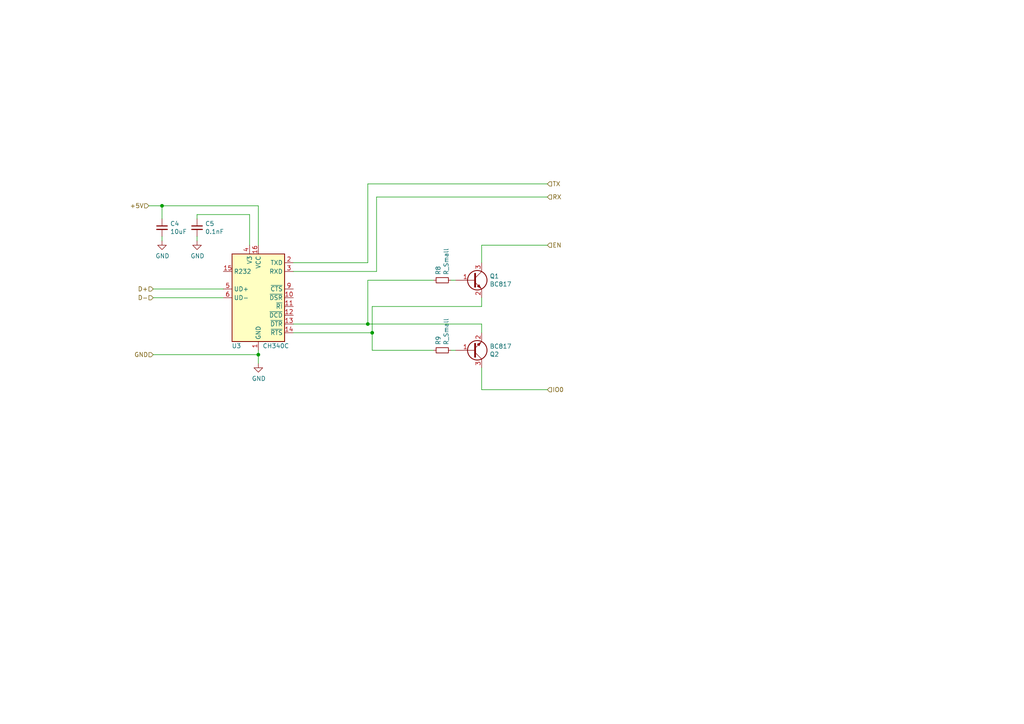
<source format=kicad_sch>
(kicad_sch (version 20210126) (generator eeschema)

  (paper "A4")

  (lib_symbols
    (symbol "Device:C_Small" (pin_numbers hide) (pin_names (offset 0.254) hide) (in_bom yes) (on_board yes)
      (property "Reference" "C" (id 0) (at 0.254 1.778 0)
        (effects (font (size 1.27 1.27)) (justify left))
      )
      (property "Value" "C_Small" (id 1) (at 0.254 -2.032 0)
        (effects (font (size 1.27 1.27)) (justify left))
      )
      (property "Footprint" "" (id 2) (at 0 0 0)
        (effects (font (size 1.27 1.27)) hide)
      )
      (property "Datasheet" "~" (id 3) (at 0 0 0)
        (effects (font (size 1.27 1.27)) hide)
      )
      (property "ki_keywords" "capacitor cap" (id 4) (at 0 0 0)
        (effects (font (size 1.27 1.27)) hide)
      )
      (property "ki_description" "Unpolarized capacitor, small symbol" (id 5) (at 0 0 0)
        (effects (font (size 1.27 1.27)) hide)
      )
      (property "ki_fp_filters" "C_*" (id 6) (at 0 0 0)
        (effects (font (size 1.27 1.27)) hide)
      )
      (symbol "C_Small_0_1"
        (polyline
          (pts
            (xy -1.524 -0.508)
            (xy 1.524 -0.508)
          )
          (stroke (width 0.3302)) (fill (type none))
        )
        (polyline
          (pts
            (xy -1.524 0.508)
            (xy 1.524 0.508)
          )
          (stroke (width 0.3048)) (fill (type none))
        )
      )
      (symbol "C_Small_1_1"
        (pin passive line (at 0 2.54 270) (length 2.032)
          (name "~" (effects (font (size 1.27 1.27))))
          (number "1" (effects (font (size 1.27 1.27))))
        )
        (pin passive line (at 0 -2.54 90) (length 2.032)
          (name "~" (effects (font (size 1.27 1.27))))
          (number "2" (effects (font (size 1.27 1.27))))
        )
      )
    )
    (symbol "Device:R_Small" (pin_numbers hide) (pin_names (offset 0.254) hide) (in_bom yes) (on_board yes)
      (property "Reference" "R" (id 0) (at 0.762 0.508 0)
        (effects (font (size 1.27 1.27)) (justify left))
      )
      (property "Value" "R_Small" (id 1) (at 0.762 -1.016 0)
        (effects (font (size 1.27 1.27)) (justify left))
      )
      (property "Footprint" "" (id 2) (at 0 0 0)
        (effects (font (size 1.27 1.27)) hide)
      )
      (property "Datasheet" "~" (id 3) (at 0 0 0)
        (effects (font (size 1.27 1.27)) hide)
      )
      (property "ki_keywords" "R resistor" (id 4) (at 0 0 0)
        (effects (font (size 1.27 1.27)) hide)
      )
      (property "ki_description" "Resistor, small symbol" (id 5) (at 0 0 0)
        (effects (font (size 1.27 1.27)) hide)
      )
      (property "ki_fp_filters" "R_*" (id 6) (at 0 0 0)
        (effects (font (size 1.27 1.27)) hide)
      )
      (symbol "R_Small_0_1"
        (rectangle (start -0.762 1.778) (end 0.762 -1.778)
          (stroke (width 0.2032)) (fill (type none))
        )
      )
      (symbol "R_Small_1_1"
        (pin passive line (at 0 2.54 270) (length 0.762)
          (name "~" (effects (font (size 1.27 1.27))))
          (number "1" (effects (font (size 1.27 1.27))))
        )
        (pin passive line (at 0 -2.54 90) (length 0.762)
          (name "~" (effects (font (size 1.27 1.27))))
          (number "2" (effects (font (size 1.27 1.27))))
        )
      )
    )
    (symbol "Interface_USB:CH340C" (in_bom yes) (on_board yes)
      (property "Reference" "U" (id 0) (at -5.08 13.97 0)
        (effects (font (size 1.27 1.27)) (justify right))
      )
      (property "Value" "CH340C" (id 1) (at 1.27 13.97 0)
        (effects (font (size 1.27 1.27)) (justify left))
      )
      (property "Footprint" "Package_SO:SOIC-16_3.9x9.9mm_P1.27mm" (id 2) (at 1.27 -13.97 0)
        (effects (font (size 1.27 1.27)) (justify left) hide)
      )
      (property "Datasheet" "https://datasheet.lcsc.com/szlcsc/Jiangsu-Qin-Heng-CH340C_C84681.pdf" (id 3) (at -8.89 20.32 0)
        (effects (font (size 1.27 1.27)) hide)
      )
      (property "ki_keywords" "USB UART Serial Converter Interface" (id 4) (at 0 0 0)
        (effects (font (size 1.27 1.27)) hide)
      )
      (property "ki_description" "USB serial converter, UART, SOIC-16" (id 5) (at 0 0 0)
        (effects (font (size 1.27 1.27)) hide)
      )
      (property "ki_fp_filters" "SOIC*3.9x9.9mm*P1.27mm*" (id 6) (at 0 0 0)
        (effects (font (size 1.27 1.27)) hide)
      )
      (symbol "CH340C_0_1"
        (rectangle (start -7.62 12.7) (end 7.62 -12.7)
          (stroke (width 0.254)) (fill (type background))
        )
      )
      (symbol "CH340C_1_1"
        (pin power_in line (at 0 -15.24 90) (length 2.54)
          (name "GND" (effects (font (size 1.27 1.27))))
          (number "1" (effects (font (size 1.27 1.27))))
        )
        (pin input line (at 10.16 0 180) (length 2.54)
          (name "~DSR" (effects (font (size 1.27 1.27))))
          (number "10" (effects (font (size 1.27 1.27))))
        )
        (pin input line (at 10.16 -2.54 180) (length 2.54)
          (name "~RI" (effects (font (size 1.27 1.27))))
          (number "11" (effects (font (size 1.27 1.27))))
        )
        (pin input line (at 10.16 -5.08 180) (length 2.54)
          (name "~DCD" (effects (font (size 1.27 1.27))))
          (number "12" (effects (font (size 1.27 1.27))))
        )
        (pin output line (at 10.16 -7.62 180) (length 2.54)
          (name "~DTR" (effects (font (size 1.27 1.27))))
          (number "13" (effects (font (size 1.27 1.27))))
        )
        (pin output line (at 10.16 -10.16 180) (length 2.54)
          (name "~RTS" (effects (font (size 1.27 1.27))))
          (number "14" (effects (font (size 1.27 1.27))))
        )
        (pin input line (at -10.16 7.62 0) (length 2.54)
          (name "R232" (effects (font (size 1.27 1.27))))
          (number "15" (effects (font (size 1.27 1.27))))
        )
        (pin power_in line (at 0 15.24 270) (length 2.54)
          (name "VCC" (effects (font (size 1.27 1.27))))
          (number "16" (effects (font (size 1.27 1.27))))
        )
        (pin output line (at 10.16 10.16 180) (length 2.54)
          (name "TXD" (effects (font (size 1.27 1.27))))
          (number "2" (effects (font (size 1.27 1.27))))
        )
        (pin input line (at 10.16 7.62 180) (length 2.54)
          (name "RXD" (effects (font (size 1.27 1.27))))
          (number "3" (effects (font (size 1.27 1.27))))
        )
        (pin passive line (at -2.54 15.24 270) (length 2.54)
          (name "V3" (effects (font (size 1.27 1.27))))
          (number "4" (effects (font (size 1.27 1.27))))
        )
        (pin bidirectional line (at -10.16 2.54 0) (length 2.54)
          (name "UD+" (effects (font (size 1.27 1.27))))
          (number "5" (effects (font (size 1.27 1.27))))
        )
        (pin bidirectional line (at -10.16 0 0) (length 2.54)
          (name "UD-" (effects (font (size 1.27 1.27))))
          (number "6" (effects (font (size 1.27 1.27))))
        )
        (pin no_connect line (at -7.62 -7.62 0) (length 2.54) hide
          (name "NC" (effects (font (size 1.27 1.27))))
          (number "7" (effects (font (size 1.27 1.27))))
        )
        (pin no_connect line (at -7.62 -10.16 0) (length 2.54) hide
          (name "NC" (effects (font (size 1.27 1.27))))
          (number "8" (effects (font (size 1.27 1.27))))
        )
        (pin input line (at 10.16 2.54 180) (length 2.54)
          (name "~CTS" (effects (font (size 1.27 1.27))))
          (number "9" (effects (font (size 1.27 1.27))))
        )
      )
    )
    (symbol "Transistor_BJT:BC817" (pin_names (offset 0) hide) (in_bom yes) (on_board yes)
      (property "Reference" "Q" (id 0) (at 5.08 1.905 0)
        (effects (font (size 1.27 1.27)) (justify left))
      )
      (property "Value" "BC817" (id 1) (at 5.08 0 0)
        (effects (font (size 1.27 1.27)) (justify left))
      )
      (property "Footprint" "Package_TO_SOT_SMD:SOT-23" (id 2) (at 5.08 -1.905 0)
        (effects (font (size 1.27 1.27) italic) (justify left) hide)
      )
      (property "Datasheet" "https://www.onsemi.com/pub/Collateral/BC818-D.pdf" (id 3) (at 0 0 0)
        (effects (font (size 1.27 1.27)) (justify left) hide)
      )
      (property "ki_keywords" "NPN Transistor" (id 4) (at 0 0 0)
        (effects (font (size 1.27 1.27)) hide)
      )
      (property "ki_description" "0.8A Ic, 45V Vce, NPN Transistor, SOT-23" (id 5) (at 0 0 0)
        (effects (font (size 1.27 1.27)) hide)
      )
      (property "ki_fp_filters" "SOT?23*" (id 6) (at 0 0 0)
        (effects (font (size 1.27 1.27)) hide)
      )
      (symbol "BC817_0_1"
        (circle (center 1.27 0) (radius 2.8194) (stroke (width 0.254)) (fill (type none)))
        (polyline
          (pts
            (xy 0.635 0.635)
            (xy 2.54 2.54)
          )
          (stroke (width 0)) (fill (type none))
        )
        (polyline
          (pts
            (xy 0.635 -0.635)
            (xy 2.54 -2.54)
            (xy 2.54 -2.54)
          )
          (stroke (width 0)) (fill (type none))
        )
        (polyline
          (pts
            (xy 0.635 1.905)
            (xy 0.635 -1.905)
            (xy 0.635 -1.905)
          )
          (stroke (width 0.508)) (fill (type none))
        )
        (polyline
          (pts
            (xy 1.27 -1.778)
            (xy 1.778 -1.27)
            (xy 2.286 -2.286)
            (xy 1.27 -1.778)
            (xy 1.27 -1.778)
          )
          (stroke (width 0)) (fill (type outline))
        )
      )
      (symbol "BC817_1_1"
        (pin input line (at -5.08 0 0) (length 5.715)
          (name "B" (effects (font (size 1.27 1.27))))
          (number "1" (effects (font (size 1.27 1.27))))
        )
        (pin passive line (at 2.54 -5.08 90) (length 2.54)
          (name "E" (effects (font (size 1.27 1.27))))
          (number "2" (effects (font (size 1.27 1.27))))
        )
        (pin passive line (at 2.54 5.08 270) (length 2.54)
          (name "C" (effects (font (size 1.27 1.27))))
          (number "3" (effects (font (size 1.27 1.27))))
        )
      )
    )
    (symbol "power:GND" (power) (pin_names (offset 0)) (in_bom yes) (on_board yes)
      (property "Reference" "#PWR" (id 0) (at 0 -6.35 0)
        (effects (font (size 1.27 1.27)) hide)
      )
      (property "Value" "GND" (id 1) (at 0 -3.81 0)
        (effects (font (size 1.27 1.27)))
      )
      (property "Footprint" "" (id 2) (at 0 0 0)
        (effects (font (size 1.27 1.27)) hide)
      )
      (property "Datasheet" "" (id 3) (at 0 0 0)
        (effects (font (size 1.27 1.27)) hide)
      )
      (property "ki_keywords" "power-flag" (id 4) (at 0 0 0)
        (effects (font (size 1.27 1.27)) hide)
      )
      (property "ki_description" "Power symbol creates a global label with name \"GND\" , ground" (id 5) (at 0 0 0)
        (effects (font (size 1.27 1.27)) hide)
      )
      (symbol "GND_0_1"
        (polyline
          (pts
            (xy 0 0)
            (xy 0 -1.27)
            (xy 1.27 -1.27)
            (xy 0 -2.54)
            (xy -1.27 -1.27)
            (xy 0 -1.27)
          )
          (stroke (width 0)) (fill (type none))
        )
      )
      (symbol "GND_1_1"
        (pin power_in line (at 0 0 270) (length 0) hide
          (name "GND" (effects (font (size 1.27 1.27))))
          (number "1" (effects (font (size 1.27 1.27))))
        )
      )
    )
  )

  (junction (at 46.99 59.69) (diameter 0.9144) (color 0 0 0 0))
  (junction (at 74.93 102.87) (diameter 0.9144) (color 0 0 0 0))
  (junction (at 106.68 93.98) (diameter 0.9144) (color 0 0 0 0))
  (junction (at 107.95 96.52) (diameter 0.9144) (color 0 0 0 0))

  (wire (pts (xy 44.45 102.87) (xy 74.93 102.87))
    (stroke (width 0) (type solid) (color 0 0 0 0))
    (uuid 516388f8-60b6-4045-a9c6-920660f6622b)
  )
  (wire (pts (xy 46.99 59.69) (xy 43.18 59.69))
    (stroke (width 0) (type solid) (color 0 0 0 0))
    (uuid 3e847784-500b-4698-b227-2e35880e8ff9)
  )
  (wire (pts (xy 46.99 63.5) (xy 46.99 59.69))
    (stroke (width 0) (type solid) (color 0 0 0 0))
    (uuid 5dd7712b-9164-42b4-99fe-4d65687f7d30)
  )
  (wire (pts (xy 46.99 69.85) (xy 46.99 68.58))
    (stroke (width 0) (type solid) (color 0 0 0 0))
    (uuid 09a53627-8ca7-415c-8b19-bc8005f34a95)
  )
  (wire (pts (xy 57.15 62.23) (xy 72.39 62.23))
    (stroke (width 0) (type solid) (color 0 0 0 0))
    (uuid 4b7cfa05-f79d-4841-bede-8b24105d2e56)
  )
  (wire (pts (xy 57.15 63.5) (xy 57.15 62.23))
    (stroke (width 0) (type solid) (color 0 0 0 0))
    (uuid 34c6d80d-f41e-4b5b-b856-807fd8dc1f9d)
  )
  (wire (pts (xy 57.15 69.85) (xy 57.15 68.58))
    (stroke (width 0) (type solid) (color 0 0 0 0))
    (uuid 10fbc021-3cae-4cab-b14c-c1ceeccf4f76)
  )
  (wire (pts (xy 64.77 83.82) (xy 44.45 83.82))
    (stroke (width 0) (type solid) (color 0 0 0 0))
    (uuid 2f31f0ca-802a-42bc-923f-265d9266c60f)
  )
  (wire (pts (xy 64.77 86.36) (xy 44.45 86.36))
    (stroke (width 0) (type solid) (color 0 0 0 0))
    (uuid 2dd13d6e-4a3a-41e1-87f1-88b42ec937f8)
  )
  (wire (pts (xy 72.39 62.23) (xy 72.39 71.12))
    (stroke (width 0) (type solid) (color 0 0 0 0))
    (uuid 9f767880-f7d0-400e-9af7-a0ea3725ae61)
  )
  (wire (pts (xy 74.93 59.69) (xy 46.99 59.69))
    (stroke (width 0) (type solid) (color 0 0 0 0))
    (uuid 94d99fe5-631f-4249-8642-59fef85cb5c4)
  )
  (wire (pts (xy 74.93 71.12) (xy 74.93 59.69))
    (stroke (width 0) (type solid) (color 0 0 0 0))
    (uuid 4d7423ac-bbff-42a2-ae40-42c04ff8b9e1)
  )
  (wire (pts (xy 74.93 101.6) (xy 74.93 102.87))
    (stroke (width 0) (type solid) (color 0 0 0 0))
    (uuid 3668cdb7-d756-4718-aefc-5750314120e2)
  )
  (wire (pts (xy 74.93 102.87) (xy 74.93 105.41))
    (stroke (width 0) (type solid) (color 0 0 0 0))
    (uuid 5be61ff9-0938-40d8-94aa-b5e4a3a83e76)
  )
  (wire (pts (xy 85.09 76.2) (xy 106.68 76.2))
    (stroke (width 0) (type solid) (color 0 0 0 0))
    (uuid 22370e4c-26fc-4f1f-b476-d7f5fbaaedfe)
  )
  (wire (pts (xy 85.09 78.74) (xy 109.22 78.74))
    (stroke (width 0) (type solid) (color 0 0 0 0))
    (uuid 90c8183e-ffde-44d6-b2df-c2a1dc288eff)
  )
  (wire (pts (xy 85.09 96.52) (xy 107.95 96.52))
    (stroke (width 0) (type solid) (color 0 0 0 0))
    (uuid d3498820-de11-48d3-b53c-c8a67788dbb7)
  )
  (wire (pts (xy 106.68 53.34) (xy 158.75 53.34))
    (stroke (width 0) (type solid) (color 0 0 0 0))
    (uuid a00ef7c4-bfc6-4e76-bae7-05dbb2a907d9)
  )
  (wire (pts (xy 106.68 76.2) (xy 106.68 53.34))
    (stroke (width 0) (type solid) (color 0 0 0 0))
    (uuid f7fa52e5-29aa-4862-abb6-0ef764bec623)
  )
  (wire (pts (xy 106.68 81.28) (xy 106.68 93.98))
    (stroke (width 0) (type solid) (color 0 0 0 0))
    (uuid e33e1200-c119-4669-8e62-894a64aefb2d)
  )
  (wire (pts (xy 106.68 93.98) (xy 85.09 93.98))
    (stroke (width 0) (type solid) (color 0 0 0 0))
    (uuid 817ff853-99d3-4bd9-8109-e94c8c2ac3ec)
  )
  (wire (pts (xy 107.95 88.9) (xy 107.95 96.52))
    (stroke (width 0) (type solid) (color 0 0 0 0))
    (uuid 45ca1b1e-68b3-4e8b-ad30-a9c147023163)
  )
  (wire (pts (xy 107.95 96.52) (xy 107.95 101.6))
    (stroke (width 0) (type solid) (color 0 0 0 0))
    (uuid 7cc60196-3cc1-4ea8-bfc9-496ae966a53a)
  )
  (wire (pts (xy 107.95 101.6) (xy 125.73 101.6))
    (stroke (width 0) (type solid) (color 0 0 0 0))
    (uuid afebb13c-55d6-40e7-ad03-c0de24a7528d)
  )
  (wire (pts (xy 109.22 57.15) (xy 158.75 57.15))
    (stroke (width 0) (type solid) (color 0 0 0 0))
    (uuid fef251be-dd4b-42a7-be4b-458ee227d9af)
  )
  (wire (pts (xy 109.22 78.74) (xy 109.22 57.15))
    (stroke (width 0) (type solid) (color 0 0 0 0))
    (uuid 8935dc58-b47b-4e21-b303-eda620166a89)
  )
  (wire (pts (xy 125.73 81.28) (xy 106.68 81.28))
    (stroke (width 0) (type solid) (color 0 0 0 0))
    (uuid 823d5b17-9ace-4ef9-9bc4-ec7257f3d362)
  )
  (wire (pts (xy 130.81 81.28) (xy 132.08 81.28))
    (stroke (width 0) (type solid) (color 0 0 0 0))
    (uuid d43f7d9f-25bf-4b2b-ac34-0638eef3e675)
  )
  (wire (pts (xy 130.81 101.6) (xy 132.08 101.6))
    (stroke (width 0) (type solid) (color 0 0 0 0))
    (uuid bedd73e1-437a-4e5c-b926-a4dab41ff3fb)
  )
  (wire (pts (xy 139.7 71.12) (xy 158.75 71.12))
    (stroke (width 0) (type solid) (color 0 0 0 0))
    (uuid 4ecbf84a-a2e3-4b2b-9e50-f1b386d81717)
  )
  (wire (pts (xy 139.7 76.2) (xy 139.7 71.12))
    (stroke (width 0) (type solid) (color 0 0 0 0))
    (uuid 674278c0-d18a-4a87-9a90-07e666704b40)
  )
  (wire (pts (xy 139.7 86.36) (xy 139.7 88.9))
    (stroke (width 0) (type solid) (color 0 0 0 0))
    (uuid 88e4a8ea-7903-4a00-b331-019d6bb37210)
  )
  (wire (pts (xy 139.7 88.9) (xy 107.95 88.9))
    (stroke (width 0) (type solid) (color 0 0 0 0))
    (uuid c638785e-faa3-40bf-b1b0-afbf7aa9d0b2)
  )
  (wire (pts (xy 139.7 93.98) (xy 106.68 93.98))
    (stroke (width 0) (type solid) (color 0 0 0 0))
    (uuid 6cc6d2f3-27ca-4007-a879-839290763207)
  )
  (wire (pts (xy 139.7 96.52) (xy 139.7 93.98))
    (stroke (width 0) (type solid) (color 0 0 0 0))
    (uuid f20fcc53-056f-490a-90f8-ba3c954f59a9)
  )
  (wire (pts (xy 139.7 106.68) (xy 139.7 113.03))
    (stroke (width 0) (type solid) (color 0 0 0 0))
    (uuid 9ae7c0c2-9926-4c18-871a-46dc4c8c1dc6)
  )
  (wire (pts (xy 139.7 113.03) (xy 158.75 113.03))
    (stroke (width 0) (type solid) (color 0 0 0 0))
    (uuid 664f6db3-3434-4204-8b8a-a186a2b376d9)
  )

  (hierarchical_label "+5V" (shape input) (at 43.18 59.69 180)
    (effects (font (size 1.27 1.27)) (justify right))
    (uuid 38f838e2-f180-41eb-9b8c-816c11de47d7)
  )
  (hierarchical_label "D+" (shape input) (at 44.45 83.82 180)
    (effects (font (size 1.27 1.27)) (justify right))
    (uuid e8f59ef0-6b84-48da-873f-d30193dbd642)
  )
  (hierarchical_label "D-" (shape input) (at 44.45 86.36 180)
    (effects (font (size 1.27 1.27)) (justify right))
    (uuid 6dbe3501-bad1-49f1-a01b-5e90bb1dc8ed)
  )
  (hierarchical_label "GND" (shape input) (at 44.45 102.87 180)
    (effects (font (size 1.27 1.27)) (justify right))
    (uuid a35c1dbf-8973-4920-af57-1bab54cb0a87)
  )
  (hierarchical_label "TX" (shape input) (at 158.75 53.34 0)
    (effects (font (size 1.27 1.27)) (justify left))
    (uuid 535ef436-00b2-432a-9f68-30b6628cc577)
  )
  (hierarchical_label "RX" (shape input) (at 158.75 57.15 0)
    (effects (font (size 1.27 1.27)) (justify left))
    (uuid 76ed95f8-189d-4043-ba63-208c167b37e1)
  )
  (hierarchical_label "EN" (shape input) (at 158.75 71.12 0)
    (effects (font (size 1.27 1.27)) (justify left))
    (uuid 8ccd8502-aa4a-4c3d-9638-12068a61413e)
  )
  (hierarchical_label "IO0" (shape input) (at 158.75 113.03 0)
    (effects (font (size 1.27 1.27)) (justify left))
    (uuid 7fb3fa10-a1c6-410d-b14d-a4e62de866e6)
  )

  (symbol (lib_id "power:GND") (at 46.99 69.85 0) (unit 1)
    (in_bom yes) (on_board yes)
    (uuid 00000000-0000-0000-0000-0000609ef3f6)
    (property "Reference" "#PWR0120" (id 0) (at 46.99 76.2 0)
      (effects (font (size 1.27 1.27)) hide)
    )
    (property "Value" "GND" (id 1) (at 47.117 74.2442 0))
    (property "Footprint" "" (id 2) (at 46.99 69.85 0)
      (effects (font (size 1.27 1.27)) hide)
    )
    (property "Datasheet" "" (id 3) (at 46.99 69.85 0)
      (effects (font (size 1.27 1.27)) hide)
    )
    (pin "1" (uuid be9b93f0-105d-46e9-8d47-7733c1b16abf))
  )

  (symbol (lib_id "power:GND") (at 57.15 69.85 0) (unit 1)
    (in_bom yes) (on_board yes)
    (uuid 00000000-0000-0000-0000-0000609f3431)
    (property "Reference" "#PWR0122" (id 0) (at 57.15 76.2 0)
      (effects (font (size 1.27 1.27)) hide)
    )
    (property "Value" "GND" (id 1) (at 57.277 74.2442 0))
    (property "Footprint" "" (id 2) (at 57.15 69.85 0)
      (effects (font (size 1.27 1.27)) hide)
    )
    (property "Datasheet" "" (id 3) (at 57.15 69.85 0)
      (effects (font (size 1.27 1.27)) hide)
    )
    (pin "1" (uuid 8c529958-8340-4bad-8a41-8f0815569bb7))
  )

  (symbol (lib_id "power:GND") (at 74.93 105.41 0) (unit 1)
    (in_bom yes) (on_board yes)
    (uuid 00000000-0000-0000-0000-0000609eff3e)
    (property "Reference" "#PWR0121" (id 0) (at 74.93 111.76 0)
      (effects (font (size 1.27 1.27)) hide)
    )
    (property "Value" "GND" (id 1) (at 75.057 109.8042 0))
    (property "Footprint" "" (id 2) (at 74.93 105.41 0)
      (effects (font (size 1.27 1.27)) hide)
    )
    (property "Datasheet" "" (id 3) (at 74.93 105.41 0)
      (effects (font (size 1.27 1.27)) hide)
    )
    (pin "1" (uuid 5bec3cff-36cd-4a8e-bed6-eefa10a34761))
  )

  (symbol (lib_id "Device:R_Small") (at 128.27 81.28 90) (unit 1)
    (in_bom yes) (on_board yes)
    (uuid 00000000-0000-0000-0000-0000609e81b2)
    (property "Reference" "R8" (id 0) (at 127.1016 79.7814 0)
      (effects (font (size 1.27 1.27)) (justify left))
    )
    (property "Value" "R_Small" (id 1) (at 129.413 79.7814 0)
      (effects (font (size 1.27 1.27)) (justify left))
    )
    (property "Footprint" "Resistor_SMD:R_0603_1608Metric" (id 2) (at 128.27 81.28 0)
      (effects (font (size 1.27 1.27)) hide)
    )
    (property "Datasheet" "~" (id 3) (at 128.27 81.28 0)
      (effects (font (size 1.27 1.27)) hide)
    )
    (pin "1" (uuid 47c637ae-3993-4e82-a168-1d0619136e8d))
    (pin "2" (uuid 6a2c5c08-30b2-4247-95c5-fe746649daae))
  )

  (symbol (lib_id "Device:R_Small") (at 128.27 101.6 90) (unit 1)
    (in_bom yes) (on_board yes)
    (uuid 00000000-0000-0000-0000-0000609e81b8)
    (property "Reference" "R9" (id 0) (at 127.1016 100.1014 0)
      (effects (font (size 1.27 1.27)) (justify left))
    )
    (property "Value" "R_Small" (id 1) (at 129.413 100.1014 0)
      (effects (font (size 1.27 1.27)) (justify left))
    )
    (property "Footprint" "Resistor_SMD:R_0603_1608Metric" (id 2) (at 128.27 101.6 0)
      (effects (font (size 1.27 1.27)) hide)
    )
    (property "Datasheet" "~" (id 3) (at 128.27 101.6 0)
      (effects (font (size 1.27 1.27)) hide)
    )
    (pin "1" (uuid c2b4dd89-0558-4c2a-9d4e-b1088c3cf2dc))
    (pin "2" (uuid 6833b8c9-cf32-43d7-b0cc-7ba069d73044))
  )

  (symbol (lib_id "Device:C_Small") (at 46.99 66.04 0) (unit 1)
    (in_bom yes) (on_board yes)
    (uuid 00000000-0000-0000-0000-0000609ee821)
    (property "Reference" "C4" (id 0) (at 49.3268 64.8716 0)
      (effects (font (size 1.27 1.27)) (justify left))
    )
    (property "Value" "10uF" (id 1) (at 49.3268 67.183 0)
      (effects (font (size 1.27 1.27)) (justify left))
    )
    (property "Footprint" "Capacitor_SMD:C_0603_1608Metric" (id 2) (at 46.99 66.04 0)
      (effects (font (size 1.27 1.27)) hide)
    )
    (property "Datasheet" "~" (id 3) (at 46.99 66.04 0)
      (effects (font (size 1.27 1.27)) hide)
    )
    (pin "1" (uuid 9115b8ac-d177-4c6a-ba5c-c22e0a751539))
    (pin "2" (uuid 7d1c7c42-27bd-4d56-bc31-07415c84786d))
  )

  (symbol (lib_id "Device:C_Small") (at 57.15 66.04 0) (unit 1)
    (in_bom yes) (on_board yes)
    (uuid 00000000-0000-0000-0000-0000609f24bb)
    (property "Reference" "C5" (id 0) (at 59.4868 64.8716 0)
      (effects (font (size 1.27 1.27)) (justify left))
    )
    (property "Value" "0.1nF" (id 1) (at 59.4868 67.183 0)
      (effects (font (size 1.27 1.27)) (justify left))
    )
    (property "Footprint" "Capacitor_SMD:C_0603_1608Metric" (id 2) (at 57.15 66.04 0)
      (effects (font (size 1.27 1.27)) hide)
    )
    (property "Datasheet" "~" (id 3) (at 57.15 66.04 0)
      (effects (font (size 1.27 1.27)) hide)
    )
    (pin "1" (uuid d54d9879-42f4-4d3c-9a68-27728dee28e9))
    (pin "2" (uuid b51ac98e-2c89-4918-bd62-495191936507))
  )

  (symbol (lib_id "Transistor_BJT:BC817") (at 137.16 81.28 0) (unit 1)
    (in_bom yes) (on_board yes)
    (uuid 00000000-0000-0000-0000-0000609e81a6)
    (property "Reference" "Q1" (id 0) (at 142.0114 80.1116 0)
      (effects (font (size 1.27 1.27)) (justify left))
    )
    (property "Value" "BC817" (id 1) (at 142.0114 82.423 0)
      (effects (font (size 1.27 1.27)) (justify left))
    )
    (property "Footprint" "Package_TO_SOT_SMD:SOT-23" (id 2) (at 142.24 83.185 0)
      (effects (font (size 1.27 1.27) italic) (justify left) hide)
    )
    (property "Datasheet" "https://www.onsemi.com/pub/Collateral/BC818-D.pdf" (id 3) (at 137.16 81.28 0)
      (effects (font (size 1.27 1.27)) (justify left) hide)
    )
    (pin "1" (uuid 5aa7b410-3325-4907-847a-24c867339c26))
    (pin "2" (uuid 0ae3d24f-4e6a-4bf9-97a9-130136504e63))
    (pin "3" (uuid 74f58ffb-2307-45d8-aa4c-b77f6a0755e9))
  )

  (symbol (lib_id "Transistor_BJT:BC817") (at 137.16 101.6 0) (mirror x) (unit 1)
    (in_bom yes) (on_board yes)
    (uuid 00000000-0000-0000-0000-0000609e81ac)
    (property "Reference" "Q2" (id 0) (at 142.0114 102.7684 0)
      (effects (font (size 1.27 1.27)) (justify left))
    )
    (property "Value" "BC817" (id 1) (at 142.0114 100.457 0)
      (effects (font (size 1.27 1.27)) (justify left))
    )
    (property "Footprint" "Package_TO_SOT_SMD:SOT-23" (id 2) (at 142.24 99.695 0)
      (effects (font (size 1.27 1.27) italic) (justify left) hide)
    )
    (property "Datasheet" "https://www.onsemi.com/pub/Collateral/BC818-D.pdf" (id 3) (at 137.16 101.6 0)
      (effects (font (size 1.27 1.27)) (justify left) hide)
    )
    (pin "1" (uuid e1bf511f-c50d-4959-928b-cc74da8d3a8a))
    (pin "2" (uuid a7970ddd-e3ac-4e11-b70f-35fd6aac4b83))
    (pin "3" (uuid 7fc2e10e-58da-404c-b5a8-23ce02228199))
  )

  (symbol (lib_id "Interface_USB:CH340C") (at 74.93 86.36 0) (unit 1)
    (in_bom yes) (on_board yes)
    (uuid 00000000-0000-0000-0000-0000609e8f89)
    (property "Reference" "U3" (id 0) (at 68.58 100.33 0))
    (property "Value" "CH340C" (id 1) (at 80.01 100.33 0))
    (property "Footprint" "Package_SO:SOIC-16_3.9x9.9mm_P1.27mm" (id 2) (at 76.2 100.33 0)
      (effects (font (size 1.27 1.27)) (justify left) hide)
    )
    (property "Datasheet" "https://datasheet.lcsc.com/szlcsc/Jiangsu-Qin-Heng-CH340C_C84681.pdf" (id 3) (at 66.04 66.04 0)
      (effects (font (size 1.27 1.27)) hide)
    )
    (pin "1" (uuid a6e4f1b2-1343-4026-924c-b7997b347bad))
    (pin "10" (uuid 0cd91ee5-3fad-4747-a432-e38d4c4e72b9))
    (pin "11" (uuid dc7f06f5-1dda-4cc4-9b29-e9813e60fc9e))
    (pin "12" (uuid 50ba0403-5282-4c4b-a8ab-f08fdc3315a6))
    (pin "13" (uuid 5fa8fdea-9e6d-484a-9179-8093657d220d))
    (pin "14" (uuid cc5b629f-0cec-4ffd-9b92-9d6c1563ea1f))
    (pin "15" (uuid cb926db0-fe49-452d-bd8d-5716ddd32da7))
    (pin "16" (uuid 12362b08-1f84-48e1-b566-57227c552d4d))
    (pin "2" (uuid e40ac71f-3256-4bbf-9ce3-82aac2e942e6))
    (pin "3" (uuid cd6eeb7e-6c83-49d0-a327-a64212605778))
    (pin "4" (uuid 9223a19e-dcda-4b52-9eb7-e3ea98950d90))
    (pin "5" (uuid cd93935c-681f-4d22-aaa0-366ff44a7b08))
    (pin "6" (uuid 08d798ea-c60a-4522-94f3-ef46ddb10d1c))
    (pin "7" (uuid bb1a305a-3906-406b-b19b-179a4eade6ec))
    (pin "8" (uuid 137989ce-e9e9-4bc4-998c-0be0fe998571))
    (pin "9" (uuid 8d0a6d45-18fb-4a1a-a20c-413040c74ebf))
  )
)

</source>
